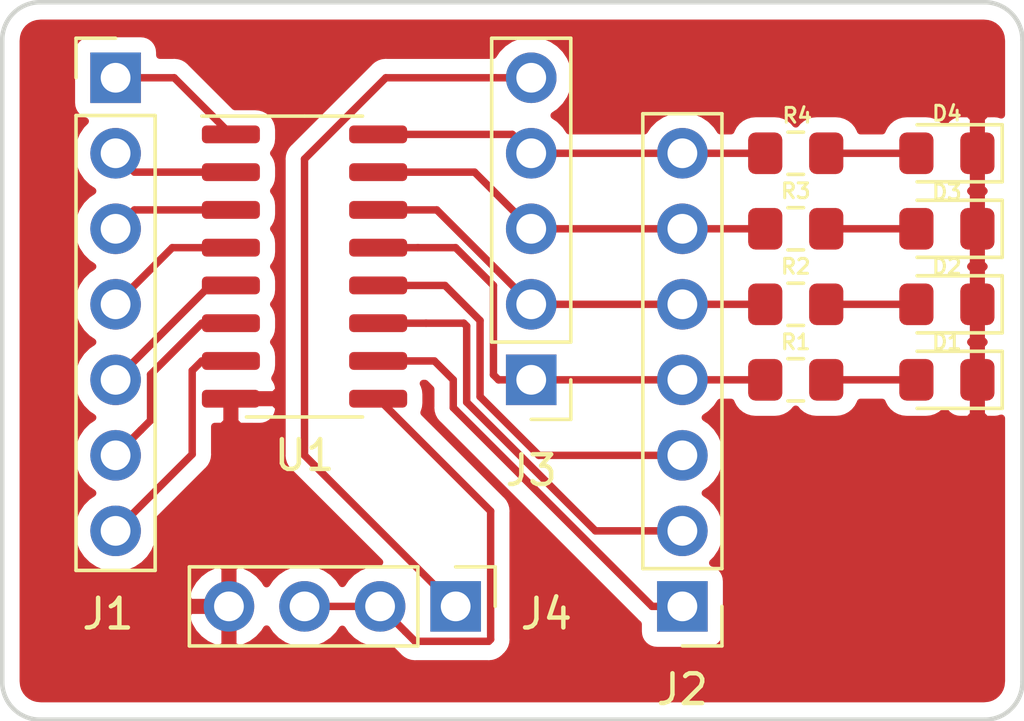
<source format=kicad_pcb>
(kicad_pcb (version 20171130) (host pcbnew 5.1.7-a382d34a8~87~ubuntu16.04.1)

  (general
    (thickness 1.6)
    (drawings 8)
    (tracks 73)
    (zones 0)
    (modules 13)
    (nets 22)
  )

  (page A4)
  (layers
    (0 F.Cu signal)
    (31 B.Cu signal)
    (32 B.Adhes user)
    (33 F.Adhes user)
    (34 B.Paste user)
    (35 F.Paste user)
    (36 B.SilkS user)
    (37 F.SilkS user)
    (38 B.Mask user)
    (39 F.Mask user)
    (40 Dwgs.User user)
    (41 Cmts.User user)
    (42 Eco1.User user)
    (43 Eco2.User user)
    (44 Edge.Cuts user)
    (45 Margin user)
    (46 B.CrtYd user hide)
    (47 F.CrtYd user)
    (48 B.Fab user)
    (49 F.Fab user hide)
  )

  (setup
    (last_trace_width 0.25)
    (trace_clearance 0.2)
    (zone_clearance 0.508)
    (zone_45_only no)
    (trace_min 0.2)
    (via_size 0.8)
    (via_drill 0.4)
    (via_min_size 0.4)
    (via_min_drill 0.3)
    (uvia_size 0.3)
    (uvia_drill 0.1)
    (uvias_allowed no)
    (uvia_min_size 0.2)
    (uvia_min_drill 0.1)
    (edge_width 0.05)
    (segment_width 0.2)
    (pcb_text_width 0.3)
    (pcb_text_size 1.5 1.5)
    (mod_edge_width 0.12)
    (mod_text_size 1 1)
    (mod_text_width 0.15)
    (pad_size 1.524 1.524)
    (pad_drill 0.762)
    (pad_to_mask_clearance 0.051)
    (solder_mask_min_width 0.25)
    (aux_axis_origin 0 0)
    (visible_elements FFFFFF7F)
    (pcbplotparams
      (layerselection 0x010fc_ffffffff)
      (usegerberextensions false)
      (usegerberattributes false)
      (usegerberadvancedattributes false)
      (creategerberjobfile false)
      (excludeedgelayer true)
      (linewidth 0.100000)
      (plotframeref false)
      (viasonmask false)
      (mode 1)
      (useauxorigin false)
      (hpglpennumber 1)
      (hpglpenspeed 20)
      (hpglpendiameter 15.000000)
      (psnegative false)
      (psa4output false)
      (plotreference true)
      (plotvalue true)
      (plotinvisibletext false)
      (padsonsilk false)
      (subtractmaskfromsilk false)
      (outputformat 1)
      (mirror false)
      (drillshape 1)
      (scaleselection 1)
      (outputdirectory ""))
  )

  (net 0 "")
  (net 1 "Net-(J1-Pad7)")
  (net 2 "Net-(J1-Pad6)")
  (net 3 "Net-(J1-Pad5)")
  (net 4 "Net-(J1-Pad4)")
  (net 5 "Net-(J1-Pad3)")
  (net 6 "Net-(J1-Pad2)")
  (net 7 "Net-(J1-Pad1)")
  (net 8 "Net-(J2-Pad7)")
  (net 9 "Net-(J2-Pad6)")
  (net 10 "Net-(J2-Pad5)")
  (net 11 "Net-(J2-Pad4)")
  (net 12 "Net-(J2-Pad3)")
  (net 13 "Net-(J2-Pad2)")
  (net 14 "Net-(J2-Pad1)")
  (net 15 "Net-(J3-Pad5)")
  (net 16 GND)
  (net 17 "Net-(D1-Pad2)")
  (net 18 "Net-(D2-Pad2)")
  (net 19 "Net-(D3-Pad2)")
  (net 20 "Net-(D4-Pad2)")
  (net 21 "Net-(J4-Pad2)")

  (net_class Default "This is the default net class."
    (clearance 0.2)
    (trace_width 0.25)
    (via_dia 0.8)
    (via_drill 0.4)
    (uvia_dia 0.3)
    (uvia_drill 0.1)
    (add_net GND)
    (add_net "Net-(D1-Pad2)")
    (add_net "Net-(D2-Pad2)")
    (add_net "Net-(D3-Pad2)")
    (add_net "Net-(D4-Pad2)")
    (add_net "Net-(J1-Pad1)")
    (add_net "Net-(J1-Pad2)")
    (add_net "Net-(J1-Pad3)")
    (add_net "Net-(J1-Pad4)")
    (add_net "Net-(J1-Pad5)")
    (add_net "Net-(J1-Pad6)")
    (add_net "Net-(J1-Pad7)")
    (add_net "Net-(J2-Pad1)")
    (add_net "Net-(J2-Pad2)")
    (add_net "Net-(J2-Pad3)")
    (add_net "Net-(J2-Pad4)")
    (add_net "Net-(J2-Pad5)")
    (add_net "Net-(J2-Pad6)")
    (add_net "Net-(J2-Pad7)")
    (add_net "Net-(J3-Pad5)")
    (add_net "Net-(J4-Pad2)")
  )

  (module Connector_PinHeader_2.54mm:PinHeader_1x04_P2.54mm_Vertical (layer F.Cu) (tedit 59FED5CC) (tstamp 5EB4124E)
    (at 173.99 87.63 270)
    (descr "Through hole straight pin header, 1x04, 2.54mm pitch, single row")
    (tags "Through hole pin header THT 1x04 2.54mm single row")
    (path /5EB84898)
    (fp_text reference J4 (at 0.254 -3.048 180) (layer F.SilkS)
      (effects (font (size 1 1) (thickness 0.15)))
    )
    (fp_text value Conn_01x04_Male (at 0 9.95 90) (layer F.Fab)
      (effects (font (size 1 1) (thickness 0.15)))
    )
    (fp_line (start -0.635 -1.27) (end 1.27 -1.27) (layer F.Fab) (width 0.1))
    (fp_line (start 1.27 -1.27) (end 1.27 8.89) (layer F.Fab) (width 0.1))
    (fp_line (start 1.27 8.89) (end -1.27 8.89) (layer F.Fab) (width 0.1))
    (fp_line (start -1.27 8.89) (end -1.27 -0.635) (layer F.Fab) (width 0.1))
    (fp_line (start -1.27 -0.635) (end -0.635 -1.27) (layer F.Fab) (width 0.1))
    (fp_line (start -1.33 8.95) (end 1.33 8.95) (layer F.SilkS) (width 0.12))
    (fp_line (start -1.33 1.27) (end -1.33 8.95) (layer F.SilkS) (width 0.12))
    (fp_line (start 1.33 1.27) (end 1.33 8.95) (layer F.SilkS) (width 0.12))
    (fp_line (start -1.33 1.27) (end 1.33 1.27) (layer F.SilkS) (width 0.12))
    (fp_line (start -1.33 0) (end -1.33 -1.33) (layer F.SilkS) (width 0.12))
    (fp_line (start -1.33 -1.33) (end 0 -1.33) (layer F.SilkS) (width 0.12))
    (fp_line (start -1.8 -1.8) (end -1.8 9.4) (layer F.CrtYd) (width 0.05))
    (fp_line (start -1.8 9.4) (end 1.8 9.4) (layer F.CrtYd) (width 0.05))
    (fp_line (start 1.8 9.4) (end 1.8 -1.8) (layer F.CrtYd) (width 0.05))
    (fp_line (start 1.8 -1.8) (end -1.8 -1.8) (layer F.CrtYd) (width 0.05))
    (fp_text user %R (at 0 3.81) (layer F.Fab)
      (effects (font (size 1 1) (thickness 0.15)))
    )
    (pad 4 thru_hole oval (at 0 7.62 270) (size 1.7 1.7) (drill 1) (layers *.Cu *.Mask)
      (net 16 GND))
    (pad 3 thru_hole oval (at 0 5.08 270) (size 1.7 1.7) (drill 1) (layers *.Cu *.Mask)
      (net 21 "Net-(J4-Pad2)"))
    (pad 2 thru_hole oval (at 0 2.54 270) (size 1.7 1.7) (drill 1) (layers *.Cu *.Mask)
      (net 21 "Net-(J4-Pad2)"))
    (pad 1 thru_hole rect (at 0 0 270) (size 1.7 1.7) (drill 1) (layers *.Cu *.Mask)
      (net 15 "Net-(J3-Pad5)"))
    (model ${KISYS3DMOD}/Connector_PinHeader_2.54mm.3dshapes/PinHeader_1x04_P2.54mm_Vertical.wrl
      (at (xyz 0 0 0))
      (scale (xyz 1 1 1))
      (rotate (xyz 0 0 0))
    )
  )

  (module Resistor_SMD:R_0805_2012Metric_Pad1.15x1.40mm_HandSolder (layer F.Cu) (tedit 5B36C52B) (tstamp 5EB3F41B)
    (at 185.42 80.01)
    (descr "Resistor SMD 0805 (2012 Metric), square (rectangular) end terminal, IPC_7351 nominal with elongated pad for handsoldering. (Body size source: https://docs.google.com/spreadsheets/d/1BsfQQcO9C6DZCsRaXUlFlo91Tg2WpOkGARC1WS5S8t0/edit?usp=sharing), generated with kicad-footprint-generator")
    (tags "resistor handsolder")
    (path /5EB3D53A)
    (attr smd)
    (fp_text reference R1 (at 0 -1.27) (layer F.SilkS)
      (effects (font (size 0.5 0.5) (thickness 0.1)))
    )
    (fp_text value R (at 0 1.65) (layer F.Fab)
      (effects (font (size 1 1) (thickness 0.15)))
    )
    (fp_line (start -1 0.6) (end -1 -0.6) (layer F.Fab) (width 0.1))
    (fp_line (start -1 -0.6) (end 1 -0.6) (layer F.Fab) (width 0.1))
    (fp_line (start 1 -0.6) (end 1 0.6) (layer F.Fab) (width 0.1))
    (fp_line (start 1 0.6) (end -1 0.6) (layer F.Fab) (width 0.1))
    (fp_line (start -0.261252 -0.71) (end 0.261252 -0.71) (layer F.SilkS) (width 0.12))
    (fp_line (start -0.261252 0.71) (end 0.261252 0.71) (layer F.SilkS) (width 0.12))
    (fp_line (start -1.85 0.95) (end -1.85 -0.95) (layer F.CrtYd) (width 0.05))
    (fp_line (start -1.85 -0.95) (end 1.85 -0.95) (layer F.CrtYd) (width 0.05))
    (fp_line (start 1.85 -0.95) (end 1.85 0.95) (layer F.CrtYd) (width 0.05))
    (fp_line (start 1.85 0.95) (end -1.85 0.95) (layer F.CrtYd) (width 0.05))
    (fp_text user %R (at 0 0) (layer F.Fab)
      (effects (font (size 0.5 0.5) (thickness 0.08)))
    )
    (pad 2 smd roundrect (at 1.025 0) (size 1.15 1.4) (layers F.Cu F.Paste F.Mask) (roundrect_rratio 0.217391)
      (net 17 "Net-(D1-Pad2)"))
    (pad 1 smd roundrect (at -1.025 0) (size 1.15 1.4) (layers F.Cu F.Paste F.Mask) (roundrect_rratio 0.217391)
      (net 11 "Net-(J2-Pad4)"))
    (model ${KISYS3DMOD}/Resistor_SMD.3dshapes/R_0805_2012Metric.wrl
      (at (xyz 0 0 0))
      (scale (xyz 1 1 1))
      (rotate (xyz 0 0 0))
    )
  )

  (module Resistor_SMD:R_0805_2012Metric_Pad1.15x1.40mm_HandSolder (layer F.Cu) (tedit 5B36C52B) (tstamp 5EB3EE00)
    (at 185.42 72.39)
    (descr "Resistor SMD 0805 (2012 Metric), square (rectangular) end terminal, IPC_7351 nominal with elongated pad for handsoldering. (Body size source: https://docs.google.com/spreadsheets/d/1BsfQQcO9C6DZCsRaXUlFlo91Tg2WpOkGARC1WS5S8t0/edit?usp=sharing), generated with kicad-footprint-generator")
    (tags "resistor handsolder")
    (path /5EB3DCE6)
    (attr smd)
    (fp_text reference R4 (at 0.0508 -1.27) (layer F.SilkS)
      (effects (font (size 0.5 0.5) (thickness 0.1)))
    )
    (fp_text value R (at 0 1.65) (layer F.Fab)
      (effects (font (size 1 1) (thickness 0.15)))
    )
    (fp_line (start -1 0.6) (end -1 -0.6) (layer F.Fab) (width 0.1))
    (fp_line (start -1 -0.6) (end 1 -0.6) (layer F.Fab) (width 0.1))
    (fp_line (start 1 -0.6) (end 1 0.6) (layer F.Fab) (width 0.1))
    (fp_line (start 1 0.6) (end -1 0.6) (layer F.Fab) (width 0.1))
    (fp_line (start -0.261252 -0.71) (end 0.261252 -0.71) (layer F.SilkS) (width 0.12))
    (fp_line (start -0.261252 0.71) (end 0.261252 0.71) (layer F.SilkS) (width 0.12))
    (fp_line (start -1.85 0.95) (end -1.85 -0.95) (layer F.CrtYd) (width 0.05))
    (fp_line (start -1.85 -0.95) (end 1.85 -0.95) (layer F.CrtYd) (width 0.05))
    (fp_line (start 1.85 -0.95) (end 1.85 0.95) (layer F.CrtYd) (width 0.05))
    (fp_line (start 1.85 0.95) (end -1.85 0.95) (layer F.CrtYd) (width 0.05))
    (fp_text user %R (at 0 0) (layer F.Fab)
      (effects (font (size 0.5 0.5) (thickness 0.08)))
    )
    (pad 2 smd roundrect (at 1.025 0) (size 1.15 1.4) (layers F.Cu F.Paste F.Mask) (roundrect_rratio 0.217391)
      (net 20 "Net-(D4-Pad2)"))
    (pad 1 smd roundrect (at -1.025 0) (size 1.15 1.4) (layers F.Cu F.Paste F.Mask) (roundrect_rratio 0.217391)
      (net 8 "Net-(J2-Pad7)"))
    (model ${KISYS3DMOD}/Resistor_SMD.3dshapes/R_0805_2012Metric.wrl
      (at (xyz 0 0 0))
      (scale (xyz 1 1 1))
      (rotate (xyz 0 0 0))
    )
  )

  (module Resistor_SMD:R_0805_2012Metric_Pad1.15x1.40mm_HandSolder (layer F.Cu) (tedit 5B36C52B) (tstamp 5EB3EDEF)
    (at 185.42 74.93)
    (descr "Resistor SMD 0805 (2012 Metric), square (rectangular) end terminal, IPC_7351 nominal with elongated pad for handsoldering. (Body size source: https://docs.google.com/spreadsheets/d/1BsfQQcO9C6DZCsRaXUlFlo91Tg2WpOkGARC1WS5S8t0/edit?usp=sharing), generated with kicad-footprint-generator")
    (tags "resistor handsolder")
    (path /5EB3DAEB)
    (attr smd)
    (fp_text reference R3 (at 0 -1.27) (layer F.SilkS)
      (effects (font (size 0.5 0.5) (thickness 0.1)))
    )
    (fp_text value R (at 0 1.65) (layer F.Fab)
      (effects (font (size 1 1) (thickness 0.15)))
    )
    (fp_line (start -1 0.6) (end -1 -0.6) (layer F.Fab) (width 0.1))
    (fp_line (start -1 -0.6) (end 1 -0.6) (layer F.Fab) (width 0.1))
    (fp_line (start 1 -0.6) (end 1 0.6) (layer F.Fab) (width 0.1))
    (fp_line (start 1 0.6) (end -1 0.6) (layer F.Fab) (width 0.1))
    (fp_line (start -0.261252 -0.71) (end 0.261252 -0.71) (layer F.SilkS) (width 0.12))
    (fp_line (start -0.261252 0.71) (end 0.261252 0.71) (layer F.SilkS) (width 0.12))
    (fp_line (start -1.85 0.95) (end -1.85 -0.95) (layer F.CrtYd) (width 0.05))
    (fp_line (start -1.85 -0.95) (end 1.85 -0.95) (layer F.CrtYd) (width 0.05))
    (fp_line (start 1.85 -0.95) (end 1.85 0.95) (layer F.CrtYd) (width 0.05))
    (fp_line (start 1.85 0.95) (end -1.85 0.95) (layer F.CrtYd) (width 0.05))
    (fp_text user %R (at 0 0) (layer F.Fab)
      (effects (font (size 0.5 0.5) (thickness 0.08)))
    )
    (pad 2 smd roundrect (at 1.025 0) (size 1.15 1.4) (layers F.Cu F.Paste F.Mask) (roundrect_rratio 0.217391)
      (net 19 "Net-(D3-Pad2)"))
    (pad 1 smd roundrect (at -1.025 0) (size 1.15 1.4) (layers F.Cu F.Paste F.Mask) (roundrect_rratio 0.217391)
      (net 9 "Net-(J2-Pad6)"))
    (model ${KISYS3DMOD}/Resistor_SMD.3dshapes/R_0805_2012Metric.wrl
      (at (xyz 0 0 0))
      (scale (xyz 1 1 1))
      (rotate (xyz 0 0 0))
    )
  )

  (module Resistor_SMD:R_0805_2012Metric_Pad1.15x1.40mm_HandSolder (layer F.Cu) (tedit 5B36C52B) (tstamp 5EB3EDDE)
    (at 185.42 77.47)
    (descr "Resistor SMD 0805 (2012 Metric), square (rectangular) end terminal, IPC_7351 nominal with elongated pad for handsoldering. (Body size source: https://docs.google.com/spreadsheets/d/1BsfQQcO9C6DZCsRaXUlFlo91Tg2WpOkGARC1WS5S8t0/edit?usp=sharing), generated with kicad-footprint-generator")
    (tags "resistor handsolder")
    (path /5EB3D854)
    (attr smd)
    (fp_text reference R2 (at 0 -1.27) (layer F.SilkS)
      (effects (font (size 0.5 0.5) (thickness 0.1)))
    )
    (fp_text value R (at 0 1.65) (layer F.Fab)
      (effects (font (size 1 1) (thickness 0.15)))
    )
    (fp_line (start -1 0.6) (end -1 -0.6) (layer F.Fab) (width 0.1))
    (fp_line (start -1 -0.6) (end 1 -0.6) (layer F.Fab) (width 0.1))
    (fp_line (start 1 -0.6) (end 1 0.6) (layer F.Fab) (width 0.1))
    (fp_line (start 1 0.6) (end -1 0.6) (layer F.Fab) (width 0.1))
    (fp_line (start -0.261252 -0.71) (end 0.261252 -0.71) (layer F.SilkS) (width 0.12))
    (fp_line (start -0.261252 0.71) (end 0.261252 0.71) (layer F.SilkS) (width 0.12))
    (fp_line (start -1.85 0.95) (end -1.85 -0.95) (layer F.CrtYd) (width 0.05))
    (fp_line (start -1.85 -0.95) (end 1.85 -0.95) (layer F.CrtYd) (width 0.05))
    (fp_line (start 1.85 -0.95) (end 1.85 0.95) (layer F.CrtYd) (width 0.05))
    (fp_line (start 1.85 0.95) (end -1.85 0.95) (layer F.CrtYd) (width 0.05))
    (fp_text user %R (at 0 0) (layer F.Fab)
      (effects (font (size 0.5 0.5) (thickness 0.08)))
    )
    (pad 2 smd roundrect (at 1.025 0) (size 1.15 1.4) (layers F.Cu F.Paste F.Mask) (roundrect_rratio 0.217391)
      (net 18 "Net-(D2-Pad2)"))
    (pad 1 smd roundrect (at -1.025 0) (size 1.15 1.4) (layers F.Cu F.Paste F.Mask) (roundrect_rratio 0.217391)
      (net 10 "Net-(J2-Pad5)"))
    (model ${KISYS3DMOD}/Resistor_SMD.3dshapes/R_0805_2012Metric.wrl
      (at (xyz 0 0 0))
      (scale (xyz 1 1 1))
      (rotate (xyz 0 0 0))
    )
  )

  (module LED_SMD:LED_0805_2012Metric_Pad1.15x1.40mm_HandSolder (layer F.Cu) (tedit 5B4B45C9) (tstamp 5EB3ED24)
    (at 190.5 72.39 180)
    (descr "LED SMD 0805 (2012 Metric), square (rectangular) end terminal, IPC_7351 nominal, (Body size source: https://docs.google.com/spreadsheets/d/1BsfQQcO9C6DZCsRaXUlFlo91Tg2WpOkGARC1WS5S8t0/edit?usp=sharing), generated with kicad-footprint-generator")
    (tags "LED handsolder")
    (path /5EB3D105)
    (attr smd)
    (fp_text reference D4 (at 0 1.34) (layer F.SilkS)
      (effects (font (size 0.5 0.5) (thickness 0.1)))
    )
    (fp_text value LED (at 0 1.65) (layer F.Fab)
      (effects (font (size 1 1) (thickness 0.15)))
    )
    (fp_line (start 1 -0.6) (end -0.7 -0.6) (layer F.Fab) (width 0.1))
    (fp_line (start -0.7 -0.6) (end -1 -0.3) (layer F.Fab) (width 0.1))
    (fp_line (start -1 -0.3) (end -1 0.6) (layer F.Fab) (width 0.1))
    (fp_line (start -1 0.6) (end 1 0.6) (layer F.Fab) (width 0.1))
    (fp_line (start 1 0.6) (end 1 -0.6) (layer F.Fab) (width 0.1))
    (fp_line (start 1 -0.96) (end -1.86 -0.96) (layer F.SilkS) (width 0.12))
    (fp_line (start -1.86 -0.96) (end -1.86 0.96) (layer F.SilkS) (width 0.12))
    (fp_line (start -1.86 0.96) (end 1 0.96) (layer F.SilkS) (width 0.12))
    (fp_line (start -1.85 0.95) (end -1.85 -0.95) (layer F.CrtYd) (width 0.05))
    (fp_line (start -1.85 -0.95) (end 1.85 -0.95) (layer F.CrtYd) (width 0.05))
    (fp_line (start 1.85 -0.95) (end 1.85 0.95) (layer F.CrtYd) (width 0.05))
    (fp_line (start 1.85 0.95) (end -1.85 0.95) (layer F.CrtYd) (width 0.05))
    (fp_text user %R (at 0 0) (layer F.Fab)
      (effects (font (size 0.5 0.5) (thickness 0.08)))
    )
    (pad 2 smd roundrect (at 1.025 0 180) (size 1.15 1.4) (layers F.Cu F.Paste F.Mask) (roundrect_rratio 0.217391)
      (net 20 "Net-(D4-Pad2)"))
    (pad 1 smd roundrect (at -1.025 0 180) (size 1.15 1.4) (layers F.Cu F.Paste F.Mask) (roundrect_rratio 0.217391)
      (net 16 GND))
    (model ${KISYS3DMOD}/LED_SMD.3dshapes/LED_0805_2012Metric.wrl
      (at (xyz 0 0 0))
      (scale (xyz 1 1 1))
      (rotate (xyz 0 0 0))
    )
  )

  (module LED_SMD:LED_0805_2012Metric_Pad1.15x1.40mm_HandSolder (layer F.Cu) (tedit 5B4B45C9) (tstamp 5EB3ED11)
    (at 190.5 74.93 180)
    (descr "LED SMD 0805 (2012 Metric), square (rectangular) end terminal, IPC_7351 nominal, (Body size source: https://docs.google.com/spreadsheets/d/1BsfQQcO9C6DZCsRaXUlFlo91Tg2WpOkGARC1WS5S8t0/edit?usp=sharing), generated with kicad-footprint-generator")
    (tags "LED handsolder")
    (path /5EB3CF0C)
    (attr smd)
    (fp_text reference D3 (at 0 1.23) (layer F.SilkS)
      (effects (font (size 0.5 0.5) (thickness 0.1)))
    )
    (fp_text value LED (at 0 1.65) (layer F.Fab)
      (effects (font (size 1 1) (thickness 0.15)))
    )
    (fp_line (start 1 -0.6) (end -0.7 -0.6) (layer F.Fab) (width 0.1))
    (fp_line (start -0.7 -0.6) (end -1 -0.3) (layer F.Fab) (width 0.1))
    (fp_line (start -1 -0.3) (end -1 0.6) (layer F.Fab) (width 0.1))
    (fp_line (start -1 0.6) (end 1 0.6) (layer F.Fab) (width 0.1))
    (fp_line (start 1 0.6) (end 1 -0.6) (layer F.Fab) (width 0.1))
    (fp_line (start 1 -0.96) (end -1.86 -0.96) (layer F.SilkS) (width 0.12))
    (fp_line (start -1.86 -0.96) (end -1.86 0.96) (layer F.SilkS) (width 0.12))
    (fp_line (start -1.86 0.96) (end 1 0.96) (layer F.SilkS) (width 0.12))
    (fp_line (start -1.85 0.95) (end -1.85 -0.95) (layer F.CrtYd) (width 0.05))
    (fp_line (start -1.85 -0.95) (end 1.85 -0.95) (layer F.CrtYd) (width 0.05))
    (fp_line (start 1.85 -0.95) (end 1.85 0.95) (layer F.CrtYd) (width 0.05))
    (fp_line (start 1.85 0.95) (end -1.85 0.95) (layer F.CrtYd) (width 0.05))
    (fp_text user %R (at 0 0) (layer F.Fab)
      (effects (font (size 0.5 0.5) (thickness 0.08)))
    )
    (pad 2 smd roundrect (at 1.025 0 180) (size 1.15 1.4) (layers F.Cu F.Paste F.Mask) (roundrect_rratio 0.217391)
      (net 19 "Net-(D3-Pad2)"))
    (pad 1 smd roundrect (at -1.025 0 180) (size 1.15 1.4) (layers F.Cu F.Paste F.Mask) (roundrect_rratio 0.217391)
      (net 16 GND))
    (model ${KISYS3DMOD}/LED_SMD.3dshapes/LED_0805_2012Metric.wrl
      (at (xyz 0 0 0))
      (scale (xyz 1 1 1))
      (rotate (xyz 0 0 0))
    )
  )

  (module LED_SMD:LED_0805_2012Metric_Pad1.15x1.40mm_HandSolder (layer F.Cu) (tedit 5B4B45C9) (tstamp 5EB3ECFE)
    (at 190.5 77.47 180)
    (descr "LED SMD 0805 (2012 Metric), square (rectangular) end terminal, IPC_7351 nominal, (Body size source: https://docs.google.com/spreadsheets/d/1BsfQQcO9C6DZCsRaXUlFlo91Tg2WpOkGARC1WS5S8t0/edit?usp=sharing), generated with kicad-footprint-generator")
    (tags "LED handsolder")
    (path /5EB3CC96)
    (attr smd)
    (fp_text reference D2 (at 0 1.27) (layer F.SilkS)
      (effects (font (size 0.5 0.5) (thickness 0.1)))
    )
    (fp_text value LED (at 0 1.65) (layer F.Fab)
      (effects (font (size 1 1) (thickness 0.15)))
    )
    (fp_line (start 1 -0.6) (end -0.7 -0.6) (layer F.Fab) (width 0.1))
    (fp_line (start -0.7 -0.6) (end -1 -0.3) (layer F.Fab) (width 0.1))
    (fp_line (start -1 -0.3) (end -1 0.6) (layer F.Fab) (width 0.1))
    (fp_line (start -1 0.6) (end 1 0.6) (layer F.Fab) (width 0.1))
    (fp_line (start 1 0.6) (end 1 -0.6) (layer F.Fab) (width 0.1))
    (fp_line (start 1 -0.96) (end -1.86 -0.96) (layer F.SilkS) (width 0.12))
    (fp_line (start -1.86 -0.96) (end -1.86 0.96) (layer F.SilkS) (width 0.12))
    (fp_line (start -1.86 0.96) (end 1 0.96) (layer F.SilkS) (width 0.12))
    (fp_line (start -1.85 0.95) (end -1.85 -0.95) (layer F.CrtYd) (width 0.05))
    (fp_line (start -1.85 -0.95) (end 1.85 -0.95) (layer F.CrtYd) (width 0.05))
    (fp_line (start 1.85 -0.95) (end 1.85 0.95) (layer F.CrtYd) (width 0.05))
    (fp_line (start 1.85 0.95) (end -1.85 0.95) (layer F.CrtYd) (width 0.05))
    (fp_text user %R (at 0 0) (layer F.Fab)
      (effects (font (size 0.5 0.5) (thickness 0.08)))
    )
    (pad 2 smd roundrect (at 1.025 0 180) (size 1.15 1.4) (layers F.Cu F.Paste F.Mask) (roundrect_rratio 0.217391)
      (net 18 "Net-(D2-Pad2)"))
    (pad 1 smd roundrect (at -1.025 0 180) (size 1.15 1.4) (layers F.Cu F.Paste F.Mask) (roundrect_rratio 0.217391)
      (net 16 GND))
    (model ${KISYS3DMOD}/LED_SMD.3dshapes/LED_0805_2012Metric.wrl
      (at (xyz 0 0 0))
      (scale (xyz 1 1 1))
      (rotate (xyz 0 0 0))
    )
  )

  (module LED_SMD:LED_0805_2012Metric_Pad1.15x1.40mm_HandSolder (layer F.Cu) (tedit 5B4B45C9) (tstamp 5EB3ECEB)
    (at 190.5 80.01 180)
    (descr "LED SMD 0805 (2012 Metric), square (rectangular) end terminal, IPC_7351 nominal, (Body size source: https://docs.google.com/spreadsheets/d/1BsfQQcO9C6DZCsRaXUlFlo91Tg2WpOkGARC1WS5S8t0/edit?usp=sharing), generated with kicad-footprint-generator")
    (tags "LED handsolder")
    (path /5EB3CB10)
    (attr smd)
    (fp_text reference D1 (at 0 1.27) (layer F.SilkS)
      (effects (font (size 0.5 0.5) (thickness 0.1)))
    )
    (fp_text value LED (at 0 1.65) (layer F.Fab)
      (effects (font (size 1 1) (thickness 0.15)))
    )
    (fp_line (start 1 -0.6) (end -0.7 -0.6) (layer F.Fab) (width 0.1))
    (fp_line (start -0.7 -0.6) (end -1 -0.3) (layer F.Fab) (width 0.1))
    (fp_line (start -1 -0.3) (end -1 0.6) (layer F.Fab) (width 0.1))
    (fp_line (start -1 0.6) (end 1 0.6) (layer F.Fab) (width 0.1))
    (fp_line (start 1 0.6) (end 1 -0.6) (layer F.Fab) (width 0.1))
    (fp_line (start 1 -0.96) (end -1.86 -0.96) (layer F.SilkS) (width 0.12))
    (fp_line (start -1.86 -0.96) (end -1.86 0.96) (layer F.SilkS) (width 0.12))
    (fp_line (start -1.86 0.96) (end 1 0.96) (layer F.SilkS) (width 0.12))
    (fp_line (start -1.85 0.95) (end -1.85 -0.95) (layer F.CrtYd) (width 0.05))
    (fp_line (start -1.85 -0.95) (end 1.85 -0.95) (layer F.CrtYd) (width 0.05))
    (fp_line (start 1.85 -0.95) (end 1.85 0.95) (layer F.CrtYd) (width 0.05))
    (fp_line (start 1.85 0.95) (end -1.85 0.95) (layer F.CrtYd) (width 0.05))
    (fp_text user %R (at 0 0) (layer F.Fab)
      (effects (font (size 0.5 0.5) (thickness 0.08)))
    )
    (pad 2 smd roundrect (at 1.025 0 180) (size 1.15 1.4) (layers F.Cu F.Paste F.Mask) (roundrect_rratio 0.217391)
      (net 17 "Net-(D1-Pad2)"))
    (pad 1 smd roundrect (at -1.025 0 180) (size 1.15 1.4) (layers F.Cu F.Paste F.Mask) (roundrect_rratio 0.217391)
      (net 16 GND))
    (model ${KISYS3DMOD}/LED_SMD.3dshapes/LED_0805_2012Metric.wrl
      (at (xyz 0 0 0))
      (scale (xyz 1 1 1))
      (rotate (xyz 0 0 0))
    )
  )

  (module Package_SO:SOIC-16_3.9x9.9mm_P1.27mm (layer F.Cu) (tedit 5D9F72B1) (tstamp 5EB3CCD9)
    (at 168.91 76.2)
    (descr "SOIC, 16 Pin (JEDEC MS-012AC, https://www.analog.com/media/en/package-pcb-resources/package/pkg_pdf/soic_narrow-r/r_16.pdf), generated with kicad-footprint-generator ipc_gullwing_generator.py")
    (tags "SOIC SO")
    (path /5EB3B28B)
    (attr smd)
    (fp_text reference U1 (at 0 6.35) (layer F.SilkS)
      (effects (font (size 1 1) (thickness 0.15)))
    )
    (fp_text value ULN2003A (at 0 5.9) (layer F.Fab)
      (effects (font (size 1 1) (thickness 0.15)))
    )
    (fp_line (start 0 5.06) (end 1.95 5.06) (layer F.SilkS) (width 0.12))
    (fp_line (start 0 5.06) (end -1.95 5.06) (layer F.SilkS) (width 0.12))
    (fp_line (start 0 -5.06) (end 1.95 -5.06) (layer F.SilkS) (width 0.12))
    (fp_line (start 0 -5.06) (end -3.45 -5.06) (layer F.SilkS) (width 0.12))
    (fp_line (start -0.975 -4.95) (end 1.95 -4.95) (layer F.Fab) (width 0.1))
    (fp_line (start 1.95 -4.95) (end 1.95 4.95) (layer F.Fab) (width 0.1))
    (fp_line (start 1.95 4.95) (end -1.95 4.95) (layer F.Fab) (width 0.1))
    (fp_line (start -1.95 4.95) (end -1.95 -3.975) (layer F.Fab) (width 0.1))
    (fp_line (start -1.95 -3.975) (end -0.975 -4.95) (layer F.Fab) (width 0.1))
    (fp_line (start -3.7 -5.2) (end -3.7 5.2) (layer F.CrtYd) (width 0.05))
    (fp_line (start -3.7 5.2) (end 3.7 5.2) (layer F.CrtYd) (width 0.05))
    (fp_line (start 3.7 5.2) (end 3.7 -5.2) (layer F.CrtYd) (width 0.05))
    (fp_line (start 3.7 -5.2) (end -3.7 -5.2) (layer F.CrtYd) (width 0.05))
    (fp_text user %R (at 0 0) (layer F.Fab)
      (effects (font (size 0.98 0.98) (thickness 0.15)))
    )
    (pad 16 smd roundrect (at 2.475 -4.445) (size 1.95 0.6) (layers F.Cu F.Paste F.Mask) (roundrect_rratio 0.25)
      (net 8 "Net-(J2-Pad7)"))
    (pad 15 smd roundrect (at 2.475 -3.175) (size 1.95 0.6) (layers F.Cu F.Paste F.Mask) (roundrect_rratio 0.25)
      (net 9 "Net-(J2-Pad6)"))
    (pad 14 smd roundrect (at 2.475 -1.905) (size 1.95 0.6) (layers F.Cu F.Paste F.Mask) (roundrect_rratio 0.25)
      (net 10 "Net-(J2-Pad5)"))
    (pad 13 smd roundrect (at 2.475 -0.635) (size 1.95 0.6) (layers F.Cu F.Paste F.Mask) (roundrect_rratio 0.25)
      (net 11 "Net-(J2-Pad4)"))
    (pad 12 smd roundrect (at 2.475 0.635) (size 1.95 0.6) (layers F.Cu F.Paste F.Mask) (roundrect_rratio 0.25)
      (net 12 "Net-(J2-Pad3)"))
    (pad 11 smd roundrect (at 2.475 1.905) (size 1.95 0.6) (layers F.Cu F.Paste F.Mask) (roundrect_rratio 0.25)
      (net 13 "Net-(J2-Pad2)"))
    (pad 10 smd roundrect (at 2.475 3.175) (size 1.95 0.6) (layers F.Cu F.Paste F.Mask) (roundrect_rratio 0.25)
      (net 14 "Net-(J2-Pad1)"))
    (pad 9 smd roundrect (at 2.475 4.445) (size 1.95 0.6) (layers F.Cu F.Paste F.Mask) (roundrect_rratio 0.25)
      (net 21 "Net-(J4-Pad2)"))
    (pad 8 smd roundrect (at -2.475 4.445) (size 1.95 0.6) (layers F.Cu F.Paste F.Mask) (roundrect_rratio 0.25)
      (net 16 GND))
    (pad 7 smd roundrect (at -2.475 3.175) (size 1.95 0.6) (layers F.Cu F.Paste F.Mask) (roundrect_rratio 0.25)
      (net 1 "Net-(J1-Pad7)"))
    (pad 6 smd roundrect (at -2.475 1.905) (size 1.95 0.6) (layers F.Cu F.Paste F.Mask) (roundrect_rratio 0.25)
      (net 2 "Net-(J1-Pad6)"))
    (pad 5 smd roundrect (at -2.475 0.635) (size 1.95 0.6) (layers F.Cu F.Paste F.Mask) (roundrect_rratio 0.25)
      (net 3 "Net-(J1-Pad5)"))
    (pad 4 smd roundrect (at -2.475 -0.635) (size 1.95 0.6) (layers F.Cu F.Paste F.Mask) (roundrect_rratio 0.25)
      (net 4 "Net-(J1-Pad4)"))
    (pad 3 smd roundrect (at -2.475 -1.905) (size 1.95 0.6) (layers F.Cu F.Paste F.Mask) (roundrect_rratio 0.25)
      (net 5 "Net-(J1-Pad3)"))
    (pad 2 smd roundrect (at -2.475 -3.175) (size 1.95 0.6) (layers F.Cu F.Paste F.Mask) (roundrect_rratio 0.25)
      (net 6 "Net-(J1-Pad2)"))
    (pad 1 smd roundrect (at -2.475 -4.445) (size 1.95 0.6) (layers F.Cu F.Paste F.Mask) (roundrect_rratio 0.25)
      (net 7 "Net-(J1-Pad1)"))
    (model ${KISYS3DMOD}/Package_SO.3dshapes/SOIC-16_3.9x9.9mm_P1.27mm.wrl
      (at (xyz 0 0 0))
      (scale (xyz 1 1 1))
      (rotate (xyz 0 0 0))
    )
  )

  (module Connector_PinHeader_2.54mm:PinHeader_1x05_P2.54mm_Vertical (layer F.Cu) (tedit 59FED5CC) (tstamp 5EB3CCB2)
    (at 176.53 80.01 180)
    (descr "Through hole straight pin header, 1x05, 2.54mm pitch, single row")
    (tags "Through hole pin header THT 1x05 2.54mm single row")
    (path /5EB562DA)
    (fp_text reference J3 (at 0 -3.048) (layer F.SilkS)
      (effects (font (size 1 1) (thickness 0.15)))
    )
    (fp_text value Conn_01x05_Male (at 0 12.49) (layer F.Fab)
      (effects (font (size 1 1) (thickness 0.15)))
    )
    (fp_line (start -0.635 -1.27) (end 1.27 -1.27) (layer F.Fab) (width 0.1))
    (fp_line (start 1.27 -1.27) (end 1.27 11.43) (layer F.Fab) (width 0.1))
    (fp_line (start 1.27 11.43) (end -1.27 11.43) (layer F.Fab) (width 0.1))
    (fp_line (start -1.27 11.43) (end -1.27 -0.635) (layer F.Fab) (width 0.1))
    (fp_line (start -1.27 -0.635) (end -0.635 -1.27) (layer F.Fab) (width 0.1))
    (fp_line (start -1.33 11.49) (end 1.33 11.49) (layer F.SilkS) (width 0.12))
    (fp_line (start -1.33 1.27) (end -1.33 11.49) (layer F.SilkS) (width 0.12))
    (fp_line (start 1.33 1.27) (end 1.33 11.49) (layer F.SilkS) (width 0.12))
    (fp_line (start -1.33 1.27) (end 1.33 1.27) (layer F.SilkS) (width 0.12))
    (fp_line (start -1.33 0) (end -1.33 -1.33) (layer F.SilkS) (width 0.12))
    (fp_line (start -1.33 -1.33) (end 0 -1.33) (layer F.SilkS) (width 0.12))
    (fp_line (start -1.8 -1.8) (end -1.8 11.95) (layer F.CrtYd) (width 0.05))
    (fp_line (start -1.8 11.95) (end 1.8 11.95) (layer F.CrtYd) (width 0.05))
    (fp_line (start 1.8 11.95) (end 1.8 -1.8) (layer F.CrtYd) (width 0.05))
    (fp_line (start 1.8 -1.8) (end -1.8 -1.8) (layer F.CrtYd) (width 0.05))
    (fp_text user %R (at 0 5.08 90) (layer F.Fab)
      (effects (font (size 1 1) (thickness 0.15)))
    )
    (pad 5 thru_hole oval (at 0 10.16 180) (size 1.7 1.7) (drill 1) (layers *.Cu *.Mask)
      (net 15 "Net-(J3-Pad5)"))
    (pad 4 thru_hole oval (at 0 7.62 180) (size 1.7 1.7) (drill 1) (layers *.Cu *.Mask)
      (net 8 "Net-(J2-Pad7)"))
    (pad 3 thru_hole oval (at 0 5.08 180) (size 1.7 1.7) (drill 1) (layers *.Cu *.Mask)
      (net 9 "Net-(J2-Pad6)"))
    (pad 2 thru_hole oval (at 0 2.54 180) (size 1.7 1.7) (drill 1) (layers *.Cu *.Mask)
      (net 10 "Net-(J2-Pad5)"))
    (pad 1 thru_hole rect (at 0 0 180) (size 1.7 1.7) (drill 1) (layers *.Cu *.Mask)
      (net 11 "Net-(J2-Pad4)"))
    (model ${KISYS3DMOD}/Connector_PinHeader_2.54mm.3dshapes/PinHeader_1x05_P2.54mm_Vertical.wrl
      (at (xyz 0 0 0))
      (scale (xyz 1 1 1))
      (rotate (xyz 0 0 0))
    )
  )

  (module Connector_PinHeader_2.54mm:PinHeader_1x07_P2.54mm_Vertical (layer F.Cu) (tedit 59FED5CC) (tstamp 5EB3CC99)
    (at 181.61 87.63 180)
    (descr "Through hole straight pin header, 1x07, 2.54mm pitch, single row")
    (tags "Through hole pin header THT 1x07 2.54mm single row")
    (path /5EB442FE)
    (fp_text reference J2 (at 0 -2.794) (layer F.SilkS)
      (effects (font (size 1 1) (thickness 0.15)))
    )
    (fp_text value Conn_01x07_Male (at 0 17.57) (layer F.Fab)
      (effects (font (size 1 1) (thickness 0.15)))
    )
    (fp_line (start -0.635 -1.27) (end 1.27 -1.27) (layer F.Fab) (width 0.1))
    (fp_line (start 1.27 -1.27) (end 1.27 16.51) (layer F.Fab) (width 0.1))
    (fp_line (start 1.27 16.51) (end -1.27 16.51) (layer F.Fab) (width 0.1))
    (fp_line (start -1.27 16.51) (end -1.27 -0.635) (layer F.Fab) (width 0.1))
    (fp_line (start -1.27 -0.635) (end -0.635 -1.27) (layer F.Fab) (width 0.1))
    (fp_line (start -1.33 16.57) (end 1.33 16.57) (layer F.SilkS) (width 0.12))
    (fp_line (start -1.33 1.27) (end -1.33 16.57) (layer F.SilkS) (width 0.12))
    (fp_line (start 1.33 1.27) (end 1.33 16.57) (layer F.SilkS) (width 0.12))
    (fp_line (start -1.33 1.27) (end 1.33 1.27) (layer F.SilkS) (width 0.12))
    (fp_line (start -1.33 0) (end -1.33 -1.33) (layer F.SilkS) (width 0.12))
    (fp_line (start -1.33 -1.33) (end 0 -1.33) (layer F.SilkS) (width 0.12))
    (fp_line (start -1.8 -1.8) (end -1.8 17.05) (layer F.CrtYd) (width 0.05))
    (fp_line (start -1.8 17.05) (end 1.8 17.05) (layer F.CrtYd) (width 0.05))
    (fp_line (start 1.8 17.05) (end 1.8 -1.8) (layer F.CrtYd) (width 0.05))
    (fp_line (start 1.8 -1.8) (end -1.8 -1.8) (layer F.CrtYd) (width 0.05))
    (fp_text user %R (at 0 7.62 90) (layer F.Fab)
      (effects (font (size 1 1) (thickness 0.15)))
    )
    (pad 7 thru_hole oval (at 0 15.24 180) (size 1.7 1.7) (drill 1) (layers *.Cu *.Mask)
      (net 8 "Net-(J2-Pad7)"))
    (pad 6 thru_hole oval (at 0 12.7 180) (size 1.7 1.7) (drill 1) (layers *.Cu *.Mask)
      (net 9 "Net-(J2-Pad6)"))
    (pad 5 thru_hole oval (at 0 10.16 180) (size 1.7 1.7) (drill 1) (layers *.Cu *.Mask)
      (net 10 "Net-(J2-Pad5)"))
    (pad 4 thru_hole oval (at 0 7.62 180) (size 1.7 1.7) (drill 1) (layers *.Cu *.Mask)
      (net 11 "Net-(J2-Pad4)"))
    (pad 3 thru_hole oval (at 0 5.08 180) (size 1.7 1.7) (drill 1) (layers *.Cu *.Mask)
      (net 12 "Net-(J2-Pad3)"))
    (pad 2 thru_hole oval (at 0 2.54 180) (size 1.7 1.7) (drill 1) (layers *.Cu *.Mask)
      (net 13 "Net-(J2-Pad2)"))
    (pad 1 thru_hole rect (at 0 0 180) (size 1.7 1.7) (drill 1) (layers *.Cu *.Mask)
      (net 14 "Net-(J2-Pad1)"))
    (model ${KISYS3DMOD}/Connector_PinHeader_2.54mm.3dshapes/PinHeader_1x07_P2.54mm_Vertical.wrl
      (at (xyz 0 0 0))
      (scale (xyz 1 1 1))
      (rotate (xyz 0 0 0))
    )
  )

  (module Connector_PinHeader_2.54mm:PinHeader_1x07_P2.54mm_Vertical (layer F.Cu) (tedit 59FED5CC) (tstamp 5EB3CC7E)
    (at 162.56 69.85)
    (descr "Through hole straight pin header, 1x07, 2.54mm pitch, single row")
    (tags "Through hole pin header THT 1x07 2.54mm single row")
    (path /5EB422AB)
    (fp_text reference J1 (at -0.254 18.034) (layer F.SilkS)
      (effects (font (size 1 1) (thickness 0.15)))
    )
    (fp_text value Conn_01x07_Male (at 0 17.57) (layer F.Fab)
      (effects (font (size 1 1) (thickness 0.15)))
    )
    (fp_line (start -0.635 -1.27) (end 1.27 -1.27) (layer F.Fab) (width 0.1))
    (fp_line (start 1.27 -1.27) (end 1.27 16.51) (layer F.Fab) (width 0.1))
    (fp_line (start 1.27 16.51) (end -1.27 16.51) (layer F.Fab) (width 0.1))
    (fp_line (start -1.27 16.51) (end -1.27 -0.635) (layer F.Fab) (width 0.1))
    (fp_line (start -1.27 -0.635) (end -0.635 -1.27) (layer F.Fab) (width 0.1))
    (fp_line (start -1.33 16.57) (end 1.33 16.57) (layer F.SilkS) (width 0.12))
    (fp_line (start -1.33 1.27) (end -1.33 16.57) (layer F.SilkS) (width 0.12))
    (fp_line (start 1.33 1.27) (end 1.33 16.57) (layer F.SilkS) (width 0.12))
    (fp_line (start -1.33 1.27) (end 1.33 1.27) (layer F.SilkS) (width 0.12))
    (fp_line (start -1.33 0) (end -1.33 -1.33) (layer F.SilkS) (width 0.12))
    (fp_line (start -1.33 -1.33) (end 0 -1.33) (layer F.SilkS) (width 0.12))
    (fp_line (start -1.8 -1.8) (end -1.8 17.05) (layer F.CrtYd) (width 0.05))
    (fp_line (start -1.8 17.05) (end 1.8 17.05) (layer F.CrtYd) (width 0.05))
    (fp_line (start 1.8 17.05) (end 1.8 -1.8) (layer F.CrtYd) (width 0.05))
    (fp_line (start 1.8 -1.8) (end -1.8 -1.8) (layer F.CrtYd) (width 0.05))
    (fp_text user %R (at 0 7.62 90) (layer F.Fab)
      (effects (font (size 1 1) (thickness 0.15)))
    )
    (pad 7 thru_hole oval (at 0 15.24) (size 1.7 1.7) (drill 1) (layers *.Cu *.Mask)
      (net 1 "Net-(J1-Pad7)"))
    (pad 6 thru_hole oval (at 0 12.7) (size 1.7 1.7) (drill 1) (layers *.Cu *.Mask)
      (net 2 "Net-(J1-Pad6)"))
    (pad 5 thru_hole oval (at 0 10.16) (size 1.7 1.7) (drill 1) (layers *.Cu *.Mask)
      (net 3 "Net-(J1-Pad5)"))
    (pad 4 thru_hole oval (at 0 7.62) (size 1.7 1.7) (drill 1) (layers *.Cu *.Mask)
      (net 4 "Net-(J1-Pad4)"))
    (pad 3 thru_hole oval (at 0 5.08) (size 1.7 1.7) (drill 1) (layers *.Cu *.Mask)
      (net 5 "Net-(J1-Pad3)"))
    (pad 2 thru_hole oval (at 0 2.54) (size 1.7 1.7) (drill 1) (layers *.Cu *.Mask)
      (net 6 "Net-(J1-Pad2)"))
    (pad 1 thru_hole rect (at 0 0) (size 1.7 1.7) (drill 1) (layers *.Cu *.Mask)
      (net 7 "Net-(J1-Pad1)"))
    (model ${KISYS3DMOD}/Connector_PinHeader_2.54mm.3dshapes/PinHeader_1x07_P2.54mm_Vertical.wrl
      (at (xyz 0 0 0))
      (scale (xyz 1 1 1))
      (rotate (xyz 0 0 0))
    )
  )

  (gr_arc (start 160.02 90.17) (end 158.75 90.17) (angle -90) (layer Edge.Cuts) (width 0.15) (tstamp 5F82B6FA))
  (gr_arc (start 160.02 68.58) (end 160.02 67.31) (angle -90) (layer Edge.Cuts) (width 0.15) (tstamp 5F82B6FA))
  (gr_arc (start 191.77 68.58) (end 193.04 68.58) (angle -90) (layer Edge.Cuts) (width 0.15) (tstamp 5F82B6FA))
  (gr_line (start 160.02 91.44) (end 191.77 91.44) (layer Edge.Cuts) (width 0.15))
  (gr_line (start 158.75 68.58) (end 158.75 90.17) (layer Edge.Cuts) (width 0.15))
  (gr_line (start 191.77 67.31) (end 160.02 67.31) (layer Edge.Cuts) (width 0.15))
  (gr_line (start 193.04 90.17) (end 193.04 68.58) (layer Edge.Cuts) (width 0.15))
  (gr_arc (start 191.77 90.17) (end 191.77 91.44) (angle -90) (layer Edge.Cuts) (width 0.15))

  (segment (start 165.46 79.375) (end 166.435 79.375) (width 0.25) (layer F.Cu) (net 1))
  (segment (start 165.13499 79.70001) (end 165.46 79.375) (width 0.25) (layer F.Cu) (net 1))
  (segment (start 165.13499 82.51501) (end 165.13499 79.70001) (width 0.25) (layer F.Cu) (net 1))
  (segment (start 162.56 85.09) (end 165.13499 82.51501) (width 0.25) (layer F.Cu) (net 1))
  (segment (start 163.409999 81.700001) (end 162.56 82.55) (width 0.25) (layer F.Cu) (net 2))
  (segment (start 163.735001 81.374999) (end 163.409999 81.700001) (width 0.25) (layer F.Cu) (net 2))
  (segment (start 163.735001 79.829999) (end 163.735001 81.374999) (width 0.25) (layer F.Cu) (net 2))
  (segment (start 165.46 78.105) (end 163.735001 79.829999) (width 0.25) (layer F.Cu) (net 2))
  (segment (start 166.435 78.105) (end 165.46 78.105) (width 0.25) (layer F.Cu) (net 2))
  (segment (start 165.735 76.835) (end 166.435 76.835) (width 0.25) (layer F.Cu) (net 3))
  (segment (start 162.56 80.01) (end 165.735 76.835) (width 0.25) (layer F.Cu) (net 3))
  (segment (start 164.465 75.565) (end 162.56 77.47) (width 0.25) (layer F.Cu) (net 4))
  (segment (start 166.435 75.565) (end 164.465 75.565) (width 0.25) (layer F.Cu) (net 4))
  (segment (start 163.195 74.295) (end 162.56 74.93) (width 0.25) (layer F.Cu) (net 5))
  (segment (start 166.435 74.295) (end 163.195 74.295) (width 0.25) (layer F.Cu) (net 5))
  (segment (start 163.195 73.025) (end 162.56 72.39) (width 0.25) (layer F.Cu) (net 6))
  (segment (start 166.435 73.025) (end 163.195 73.025) (width 0.25) (layer F.Cu) (net 6))
  (segment (start 164.53 69.85) (end 166.435 71.755) (width 0.25) (layer F.Cu) (net 7))
  (segment (start 162.56 69.85) (end 164.53 69.85) (width 0.25) (layer F.Cu) (net 7))
  (segment (start 181.61 72.39) (end 176.53 72.39) (width 0.25) (layer F.Cu) (net 8))
  (segment (start 175.895 71.755) (end 176.53 72.39) (width 0.25) (layer F.Cu) (net 8))
  (segment (start 171.385 71.755) (end 175.895 71.755) (width 0.25) (layer F.Cu) (net 8))
  (segment (start 181.61 72.39) (end 184.395 72.39) (width 0.25) (layer F.Cu) (net 8))
  (segment (start 176.53 74.93) (end 181.61 74.93) (width 0.25) (layer F.Cu) (net 9))
  (segment (start 174.625 73.025) (end 176.53 74.93) (width 0.25) (layer F.Cu) (net 9))
  (segment (start 171.385 73.025) (end 174.625 73.025) (width 0.25) (layer F.Cu) (net 9))
  (segment (start 181.61 74.93) (end 184.395 74.93) (width 0.25) (layer F.Cu) (net 9))
  (segment (start 172.085 74.295) (end 171.385 74.295) (width 0.25) (layer F.Cu) (net 10))
  (segment (start 176.53 77.47) (end 173.355 74.295) (width 0.25) (layer F.Cu) (net 10))
  (segment (start 176.53 77.47) (end 181.61 77.47) (width 0.25) (layer F.Cu) (net 10))
  (segment (start 173.355 74.295) (end 171.385 74.295) (width 0.25) (layer F.Cu) (net 10))
  (segment (start 181.61 77.47) (end 184.395 77.47) (width 0.25) (layer F.Cu) (net 10))
  (segment (start 175.26 79.84) (end 175.26 76.83641) (width 0.25) (layer F.Cu) (net 11))
  (segment (start 176.53 80.01) (end 175.43 80.01) (width 0.25) (layer F.Cu) (net 11))
  (segment (start 175.43 80.01) (end 175.26 79.84) (width 0.25) (layer F.Cu) (net 11))
  (segment (start 172.71859 75.565) (end 171.385 75.565) (width 0.25) (layer F.Cu) (net 11))
  (segment (start 175.26 76.83641) (end 173.98859 75.565) (width 0.25) (layer F.Cu) (net 11))
  (segment (start 176.53 80.01) (end 181.61 80.01) (width 0.25) (layer F.Cu) (net 11))
  (segment (start 173.98859 75.565) (end 172.71859 75.565) (width 0.25) (layer F.Cu) (net 11))
  (segment (start 181.61 80.01) (end 184.395 80.01) (width 0.25) (layer F.Cu) (net 11))
  (segment (start 176.784998 82.55) (end 174.80999 80.574992) (width 0.25) (layer F.Cu) (net 12))
  (segment (start 181.61 82.55) (end 176.784998 82.55) (width 0.25) (layer F.Cu) (net 12))
  (segment (start 172.36 76.835) (end 171.385 76.835) (width 0.25) (layer F.Cu) (net 12))
  (segment (start 174.80999 78.01499) (end 173.63 76.835) (width 0.25) (layer F.Cu) (net 12))
  (segment (start 174.80999 80.574992) (end 174.80999 78.01499) (width 0.25) (layer F.Cu) (net 12))
  (segment (start 171.385 76.835) (end 173.63 76.835) (width 0.25) (layer F.Cu) (net 12))
  (segment (start 172.99359 78.105) (end 171.385 78.105) (width 0.25) (layer F.Cu) (net 13))
  (segment (start 174.359981 80.761393) (end 174.35998 78.20139) (width 0.25) (layer F.Cu) (net 13))
  (segment (start 181.61 85.09) (end 178.688588 85.09) (width 0.25) (layer F.Cu) (net 13))
  (segment (start 174.26359 78.105) (end 172.99359 78.105) (width 0.25) (layer F.Cu) (net 13))
  (segment (start 174.35998 78.20139) (end 174.26359 78.105) (width 0.25) (layer F.Cu) (net 13))
  (segment (start 178.688588 85.09) (end 174.359981 80.761393) (width 0.25) (layer F.Cu) (net 13))
  (segment (start 180.59218 87.63) (end 173.909972 80.947792) (width 0.25) (layer F.Cu) (net 14))
  (segment (start 181.61 87.63) (end 180.59218 87.63) (width 0.25) (layer F.Cu) (net 14))
  (segment (start 173.909972 80.947792) (end 173.909972 80.010001) (width 0.25) (layer F.Cu) (net 14))
  (segment (start 173.274971 79.375) (end 171.385 79.375) (width 0.25) (layer F.Cu) (net 14))
  (segment (start 173.909972 80.010001) (end 173.274971 79.375) (width 0.25) (layer F.Cu) (net 14))
  (segment (start 173.99 87.63) (end 168.91 82.55) (width 0.25) (layer F.Cu) (net 15))
  (segment (start 175.327919 69.85) (end 176.53 69.85) (width 0.25) (layer F.Cu) (net 15))
  (segment (start 171.643232 69.85) (end 175.327919 69.85) (width 0.25) (layer F.Cu) (net 15))
  (segment (start 168.91 72.583232) (end 171.643232 69.85) (width 0.25) (layer F.Cu) (net 15))
  (segment (start 168.91 82.55) (end 168.91 72.583232) (width 0.25) (layer F.Cu) (net 15))
  (segment (start 186.445 80.01) (end 189.475 80.01) (width 0.25) (layer F.Cu) (net 17))
  (segment (start 189.475 77.47) (end 186.445 77.47) (width 0.25) (layer F.Cu) (net 18))
  (segment (start 186.445 74.93) (end 189.475 74.93) (width 0.25) (layer F.Cu) (net 19))
  (segment (start 189.475 72.39) (end 186.445 72.39) (width 0.25) (layer F.Cu) (net 20))
  (segment (start 168.91 87.63) (end 171.45 87.63) (width 0.25) (layer F.Cu) (net 21))
  (segment (start 172.299999 88.479999) (end 171.45 87.63) (width 0.25) (layer F.Cu) (net 21))
  (segment (start 172.625001 88.805001) (end 172.299999 88.479999) (width 0.25) (layer F.Cu) (net 21))
  (segment (start 175.100001 88.805001) (end 172.625001 88.805001) (width 0.25) (layer F.Cu) (net 21))
  (segment (start 175.165001 88.740001) (end 175.100001 88.805001) (width 0.25) (layer F.Cu) (net 21))
  (segment (start 175.165001 84.425001) (end 175.165001 88.740001) (width 0.25) (layer F.Cu) (net 21))
  (segment (start 171.385 80.645) (end 175.165001 84.425001) (width 0.25) (layer F.Cu) (net 21))

  (zone (net 16) (net_name GND) (layer F.Cu) (tstamp 5EB3FF86) (hatch edge 0.508)
    (connect_pads (clearance 0.508))
    (min_thickness 0.254)
    (fill yes (arc_segments 32) (thermal_gap 0.508) (thermal_bridge_width 0.508))
    (polygon
      (pts
        (xy 193.04 91.44) (xy 158.75 91.44) (xy 158.75 67.31) (xy 193.04 67.31)
      )
    )
    (filled_polygon
      (pts
        (xy 191.878109 68.034005) (xy 191.982101 68.065402) (xy 192.078014 68.116399) (xy 192.162194 68.185055) (xy 192.23144 68.268758)
        (xy 192.283105 68.364311) (xy 192.315227 68.468078) (xy 192.330001 68.60865) (xy 192.330001 71.096197) (xy 192.224482 71.064188)
        (xy 192.1 71.051928) (xy 191.81075 71.055) (xy 191.652 71.21375) (xy 191.652 72.263) (xy 191.672 72.263)
        (xy 191.672 72.517) (xy 191.652 72.517) (xy 191.652 73.56625) (xy 191.74575 73.66) (xy 191.652 73.75375)
        (xy 191.652 74.803) (xy 191.672 74.803) (xy 191.672 75.057) (xy 191.652 75.057) (xy 191.652 76.10625)
        (xy 191.74575 76.2) (xy 191.652 76.29375) (xy 191.652 77.343) (xy 191.672 77.343) (xy 191.672 77.597)
        (xy 191.652 77.597) (xy 191.652 78.64625) (xy 191.74575 78.74) (xy 191.652 78.83375) (xy 191.652 79.883)
        (xy 191.672 79.883) (xy 191.672 80.137) (xy 191.652 80.137) (xy 191.652 81.18625) (xy 191.81075 81.345)
        (xy 192.1 81.348072) (xy 192.224482 81.335812) (xy 192.33 81.303803) (xy 192.33 90.13528) (xy 192.315995 90.278109)
        (xy 192.284599 90.382099) (xy 192.233601 90.478013) (xy 192.164941 90.562199) (xy 192.081243 90.631439) (xy 191.985689 90.683105)
        (xy 191.881922 90.715227) (xy 191.741359 90.73) (xy 160.05472 90.73) (xy 159.911891 90.715995) (xy 159.807901 90.684599)
        (xy 159.711987 90.633601) (xy 159.627801 90.564941) (xy 159.558561 90.481243) (xy 159.506895 90.385689) (xy 159.474773 90.281922)
        (xy 159.46 90.141359) (xy 159.46 87.986891) (xy 164.928519 87.986891) (xy 165.025843 88.261252) (xy 165.174822 88.511355)
        (xy 165.369731 88.727588) (xy 165.60308 88.901641) (xy 165.865901 89.026825) (xy 166.01311 89.071476) (xy 166.243 88.950155)
        (xy 166.243 87.757) (xy 165.049186 87.757) (xy 164.928519 87.986891) (xy 159.46 87.986891) (xy 159.46 87.273109)
        (xy 164.928519 87.273109) (xy 165.049186 87.503) (xy 166.243 87.503) (xy 166.243 86.309845) (xy 166.497 86.309845)
        (xy 166.497 87.503) (xy 166.517 87.503) (xy 166.517 87.757) (xy 166.497 87.757) (xy 166.497 88.950155)
        (xy 166.72689 89.071476) (xy 166.874099 89.026825) (xy 167.13692 88.901641) (xy 167.370269 88.727588) (xy 167.565178 88.511355)
        (xy 167.634805 88.394466) (xy 167.756525 88.576632) (xy 167.963368 88.783475) (xy 168.206589 88.94599) (xy 168.476842 89.057932)
        (xy 168.76374 89.115) (xy 169.05626 89.115) (xy 169.343158 89.057932) (xy 169.613411 88.94599) (xy 169.856632 88.783475)
        (xy 170.063475 88.576632) (xy 170.18 88.40224) (xy 170.296525 88.576632) (xy 170.503368 88.783475) (xy 170.746589 88.94599)
        (xy 171.016842 89.057932) (xy 171.30374 89.115) (xy 171.59626 89.115) (xy 171.816408 89.071209) (xy 172.061197 89.315998)
        (xy 172.085 89.345002) (xy 172.200725 89.439975) (xy 172.332754 89.510547) (xy 172.476015 89.554004) (xy 172.587668 89.565001)
        (xy 172.587677 89.565001) (xy 172.625 89.568677) (xy 172.662323 89.565001) (xy 175.062679 89.565001) (xy 175.100001 89.568677)
        (xy 175.137323 89.565001) (xy 175.137334 89.565001) (xy 175.248987 89.554004) (xy 175.392248 89.510547) (xy 175.524277 89.439975)
        (xy 175.640002 89.345002) (xy 175.663805 89.315998) (xy 175.675998 89.303805) (xy 175.705002 89.280002) (xy 175.799975 89.164277)
        (xy 175.870547 89.032248) (xy 175.914004 88.888987) (xy 175.925001 88.777334) (xy 175.925001 88.777323) (xy 175.928677 88.740001)
        (xy 175.925001 88.702678) (xy 175.925001 84.462326) (xy 175.928677 84.425001) (xy 175.925001 84.387676) (xy 175.925001 84.387668)
        (xy 175.914004 84.276015) (xy 175.870547 84.132754) (xy 175.799975 84.000725) (xy 175.705002 83.885) (xy 175.676005 83.861203)
        (xy 172.928783 81.113982) (xy 172.938084 81.096582) (xy 172.982929 80.948745) (xy 172.998072 80.795) (xy 172.998072 80.495)
        (xy 172.982929 80.341255) (xy 172.938084 80.193418) (xy 172.906859 80.135) (xy 172.96017 80.135) (xy 173.149973 80.324803)
        (xy 173.149972 80.910469) (xy 173.146296 80.947792) (xy 173.149972 80.985114) (xy 173.149972 80.985124) (xy 173.160969 81.096777)
        (xy 173.200172 81.226014) (xy 173.204426 81.240038) (xy 173.274998 81.372068) (xy 173.294791 81.396185) (xy 173.369971 81.487793)
        (xy 173.398975 81.511596) (xy 180.02838 88.141002) (xy 180.052179 88.170001) (xy 180.121928 88.227242) (xy 180.121928 88.48)
        (xy 180.134188 88.604482) (xy 180.170498 88.72418) (xy 180.229463 88.834494) (xy 180.308815 88.931185) (xy 180.405506 89.010537)
        (xy 180.51582 89.069502) (xy 180.635518 89.105812) (xy 180.76 89.118072) (xy 182.46 89.118072) (xy 182.584482 89.105812)
        (xy 182.70418 89.069502) (xy 182.814494 89.010537) (xy 182.911185 88.931185) (xy 182.990537 88.834494) (xy 183.049502 88.72418)
        (xy 183.085812 88.604482) (xy 183.098072 88.48) (xy 183.098072 86.78) (xy 183.085812 86.655518) (xy 183.049502 86.53582)
        (xy 182.990537 86.425506) (xy 182.911185 86.328815) (xy 182.814494 86.249463) (xy 182.70418 86.190498) (xy 182.63162 86.168487)
        (xy 182.763475 86.036632) (xy 182.92599 85.793411) (xy 183.037932 85.523158) (xy 183.095 85.23626) (xy 183.095 84.94374)
        (xy 183.037932 84.656842) (xy 182.92599 84.386589) (xy 182.763475 84.143368) (xy 182.556632 83.936525) (xy 182.38224 83.82)
        (xy 182.556632 83.703475) (xy 182.763475 83.496632) (xy 182.92599 83.253411) (xy 183.037932 82.983158) (xy 183.095 82.69626)
        (xy 183.095 82.40374) (xy 183.037932 82.116842) (xy 182.92599 81.846589) (xy 182.763475 81.603368) (xy 182.556632 81.396525)
        (xy 182.38224 81.28) (xy 182.556632 81.163475) (xy 182.763475 80.956632) (xy 182.888178 80.77) (xy 183.240473 80.77)
        (xy 183.249528 80.799851) (xy 183.331595 80.953387) (xy 183.442038 81.087962) (xy 183.576613 81.198405) (xy 183.730149 81.280472)
        (xy 183.896745 81.331008) (xy 184.069999 81.348072) (xy 184.720001 81.348072) (xy 184.893255 81.331008) (xy 185.059851 81.280472)
        (xy 185.213387 81.198405) (xy 185.347962 81.087962) (xy 185.42 81.000184) (xy 185.492038 81.087962) (xy 185.626613 81.198405)
        (xy 185.780149 81.280472) (xy 185.946745 81.331008) (xy 186.119999 81.348072) (xy 186.770001 81.348072) (xy 186.943255 81.331008)
        (xy 187.109851 81.280472) (xy 187.263387 81.198405) (xy 187.397962 81.087962) (xy 187.508405 80.953387) (xy 187.590472 80.799851)
        (xy 187.599527 80.77) (xy 188.320473 80.77) (xy 188.329528 80.799851) (xy 188.411595 80.953387) (xy 188.522038 81.087962)
        (xy 188.656613 81.198405) (xy 188.810149 81.280472) (xy 188.976745 81.331008) (xy 189.149999 81.348072) (xy 189.800001 81.348072)
        (xy 189.973255 81.331008) (xy 190.139851 81.280472) (xy 190.293387 81.198405) (xy 190.427962 81.087962) (xy 190.433342 81.081406)
        (xy 190.498815 81.161185) (xy 190.595506 81.240537) (xy 190.70582 81.299502) (xy 190.825518 81.335812) (xy 190.95 81.348072)
        (xy 191.23925 81.345) (xy 191.398 81.18625) (xy 191.398 80.137) (xy 191.378 80.137) (xy 191.378 79.883)
        (xy 191.398 79.883) (xy 191.398 78.83375) (xy 191.30425 78.74) (xy 191.398 78.64625) (xy 191.398 77.597)
        (xy 191.378 77.597) (xy 191.378 77.343) (xy 191.398 77.343) (xy 191.398 76.29375) (xy 191.30425 76.2)
        (xy 191.398 76.10625) (xy 191.398 75.057) (xy 191.378 75.057) (xy 191.378 74.803) (xy 191.398 74.803)
        (xy 191.398 73.75375) (xy 191.30425 73.66) (xy 191.398 73.56625) (xy 191.398 72.517) (xy 191.378 72.517)
        (xy 191.378 72.263) (xy 191.398 72.263) (xy 191.398 71.21375) (xy 191.23925 71.055) (xy 190.95 71.051928)
        (xy 190.825518 71.064188) (xy 190.70582 71.100498) (xy 190.595506 71.159463) (xy 190.498815 71.238815) (xy 190.433342 71.318594)
        (xy 190.427962 71.312038) (xy 190.293387 71.201595) (xy 190.139851 71.119528) (xy 189.973255 71.068992) (xy 189.800001 71.051928)
        (xy 189.149999 71.051928) (xy 188.976745 71.068992) (xy 188.810149 71.119528) (xy 188.656613 71.201595) (xy 188.522038 71.312038)
        (xy 188.411595 71.446613) (xy 188.329528 71.600149) (xy 188.320473 71.63) (xy 187.599527 71.63) (xy 187.590472 71.600149)
        (xy 187.508405 71.446613) (xy 187.397962 71.312038) (xy 187.263387 71.201595) (xy 187.109851 71.119528) (xy 186.943255 71.068992)
        (xy 186.770001 71.051928) (xy 186.119999 71.051928) (xy 185.946745 71.068992) (xy 185.780149 71.119528) (xy 185.626613 71.201595)
        (xy 185.492038 71.312038) (xy 185.42 71.399816) (xy 185.347962 71.312038) (xy 185.213387 71.201595) (xy 185.059851 71.119528)
        (xy 184.893255 71.068992) (xy 184.720001 71.051928) (xy 184.069999 71.051928) (xy 183.896745 71.068992) (xy 183.730149 71.119528)
        (xy 183.576613 71.201595) (xy 183.442038 71.312038) (xy 183.331595 71.446613) (xy 183.249528 71.600149) (xy 183.240473 71.63)
        (xy 182.888178 71.63) (xy 182.763475 71.443368) (xy 182.556632 71.236525) (xy 182.313411 71.07401) (xy 182.043158 70.962068)
        (xy 181.75626 70.905) (xy 181.46374 70.905) (xy 181.176842 70.962068) (xy 180.906589 71.07401) (xy 180.663368 71.236525)
        (xy 180.456525 71.443368) (xy 180.331822 71.63) (xy 177.808178 71.63) (xy 177.683475 71.443368) (xy 177.476632 71.236525)
        (xy 177.30224 71.12) (xy 177.476632 71.003475) (xy 177.683475 70.796632) (xy 177.84599 70.553411) (xy 177.957932 70.283158)
        (xy 178.015 69.99626) (xy 178.015 69.70374) (xy 177.957932 69.416842) (xy 177.84599 69.146589) (xy 177.683475 68.903368)
        (xy 177.476632 68.696525) (xy 177.233411 68.53401) (xy 176.963158 68.422068) (xy 176.67626 68.365) (xy 176.38374 68.365)
        (xy 176.096842 68.422068) (xy 175.826589 68.53401) (xy 175.583368 68.696525) (xy 175.376525 68.903368) (xy 175.251822 69.09)
        (xy 171.680557 69.09) (xy 171.643232 69.086324) (xy 171.605907 69.09) (xy 171.605899 69.09) (xy 171.494246 69.100997)
        (xy 171.350985 69.144454) (xy 171.218956 69.215026) (xy 171.103231 69.309999) (xy 171.079433 69.338997) (xy 168.398998 72.019433)
        (xy 168.37 72.043231) (xy 168.346202 72.072229) (xy 168.346201 72.07223) (xy 168.275026 72.158956) (xy 168.204454 72.290986)
        (xy 168.174428 72.389974) (xy 168.160998 72.434246) (xy 168.153143 72.513997) (xy 168.146324 72.583232) (xy 168.150001 72.620564)
        (xy 168.15 82.512678) (xy 168.146324 82.55) (xy 168.15 82.587322) (xy 168.15 82.587332) (xy 168.160997 82.698985)
        (xy 168.204454 82.842246) (xy 168.275026 82.974276) (xy 168.314871 83.022826) (xy 168.369999 83.090001) (xy 168.399003 83.113804)
        (xy 171.430198 86.145) (xy 171.30374 86.145) (xy 171.016842 86.202068) (xy 170.746589 86.31401) (xy 170.503368 86.476525)
        (xy 170.296525 86.683368) (xy 170.18 86.85776) (xy 170.063475 86.683368) (xy 169.856632 86.476525) (xy 169.613411 86.31401)
        (xy 169.343158 86.202068) (xy 169.05626 86.145) (xy 168.76374 86.145) (xy 168.476842 86.202068) (xy 168.206589 86.31401)
        (xy 167.963368 86.476525) (xy 167.756525 86.683368) (xy 167.634805 86.865534) (xy 167.565178 86.748645) (xy 167.370269 86.532412)
        (xy 167.13692 86.358359) (xy 166.874099 86.233175) (xy 166.72689 86.188524) (xy 166.497 86.309845) (xy 166.243 86.309845)
        (xy 166.01311 86.188524) (xy 165.865901 86.233175) (xy 165.60308 86.358359) (xy 165.369731 86.532412) (xy 165.174822 86.748645)
        (xy 165.025843 86.998748) (xy 164.928519 87.273109) (xy 159.46 87.273109) (xy 159.46 69) (xy 161.071928 69)
        (xy 161.071928 70.7) (xy 161.084188 70.824482) (xy 161.120498 70.94418) (xy 161.179463 71.054494) (xy 161.258815 71.151185)
        (xy 161.355506 71.230537) (xy 161.46582 71.289502) (xy 161.53838 71.311513) (xy 161.406525 71.443368) (xy 161.24401 71.686589)
        (xy 161.132068 71.956842) (xy 161.075 72.24374) (xy 161.075 72.53626) (xy 161.132068 72.823158) (xy 161.24401 73.093411)
        (xy 161.406525 73.336632) (xy 161.613368 73.543475) (xy 161.78776 73.66) (xy 161.613368 73.776525) (xy 161.406525 73.983368)
        (xy 161.24401 74.226589) (xy 161.132068 74.496842) (xy 161.075 74.78374) (xy 161.075 75.07626) (xy 161.132068 75.363158)
        (xy 161.24401 75.633411) (xy 161.406525 75.876632) (xy 161.613368 76.083475) (xy 161.78776 76.2) (xy 161.613368 76.316525)
        (xy 161.406525 76.523368) (xy 161.24401 76.766589) (xy 161.132068 77.036842) (xy 161.075 77.32374) (xy 161.075 77.61626)
        (xy 161.132068 77.903158) (xy 161.24401 78.173411) (xy 161.406525 78.416632) (xy 161.613368 78.623475) (xy 161.78776 78.74)
        (xy 161.613368 78.856525) (xy 161.406525 79.063368) (xy 161.24401 79.306589) (xy 161.132068 79.576842) (xy 161.075 79.86374)
        (xy 161.075 80.15626) (xy 161.132068 80.443158) (xy 161.24401 80.713411) (xy 161.406525 80.956632) (xy 161.613368 81.163475)
        (xy 161.78776 81.28) (xy 161.613368 81.396525) (xy 161.406525 81.603368) (xy 161.24401 81.846589) (xy 161.132068 82.116842)
        (xy 161.075 82.40374) (xy 161.075 82.69626) (xy 161.132068 82.983158) (xy 161.24401 83.253411) (xy 161.406525 83.496632)
        (xy 161.613368 83.703475) (xy 161.78776 83.82) (xy 161.613368 83.936525) (xy 161.406525 84.143368) (xy 161.24401 84.386589)
        (xy 161.132068 84.656842) (xy 161.075 84.94374) (xy 161.075 85.23626) (xy 161.132068 85.523158) (xy 161.24401 85.793411)
        (xy 161.406525 86.036632) (xy 161.613368 86.243475) (xy 161.856589 86.40599) (xy 162.126842 86.517932) (xy 162.41374 86.575)
        (xy 162.70626 86.575) (xy 162.993158 86.517932) (xy 163.263411 86.40599) (xy 163.506632 86.243475) (xy 163.713475 86.036632)
        (xy 163.87599 85.793411) (xy 163.987932 85.523158) (xy 164.045 85.23626) (xy 164.045 84.94374) (xy 164.001209 84.723592)
        (xy 165.645994 83.078808) (xy 165.674991 83.055011) (xy 165.769964 82.939286) (xy 165.840536 82.807257) (xy 165.883993 82.663996)
        (xy 165.89499 82.552343) (xy 165.89499 82.552335) (xy 165.898666 82.51501) (xy 165.89499 82.477685) (xy 165.89499 81.581133)
        (xy 166.14925 81.58) (xy 166.308 81.42125) (xy 166.308 80.772) (xy 166.562 80.772) (xy 166.562 81.42125)
        (xy 166.72075 81.58) (xy 167.41 81.583072) (xy 167.534482 81.570812) (xy 167.65418 81.534502) (xy 167.764494 81.475537)
        (xy 167.861185 81.396185) (xy 167.940537 81.299494) (xy 167.999502 81.18918) (xy 168.035812 81.069482) (xy 168.048072 80.945)
        (xy 168.045 80.93075) (xy 167.88625 80.772) (xy 166.562 80.772) (xy 166.308 80.772) (xy 166.288 80.772)
        (xy 166.288 80.518) (xy 166.308 80.518) (xy 166.308 80.498) (xy 166.562 80.498) (xy 166.562 80.518)
        (xy 167.88625 80.518) (xy 168.045 80.35925) (xy 168.048072 80.345) (xy 168.035812 80.220518) (xy 167.999502 80.10082)
        (xy 167.940537 79.990506) (xy 167.91627 79.960936) (xy 167.988084 79.826582) (xy 168.032929 79.678745) (xy 168.048072 79.525)
        (xy 168.048072 79.225) (xy 168.032929 79.071255) (xy 167.988084 78.923418) (xy 167.915258 78.787171) (xy 167.876546 78.74)
        (xy 167.915258 78.692829) (xy 167.988084 78.556582) (xy 168.032929 78.408745) (xy 168.048072 78.255) (xy 168.048072 77.955)
        (xy 168.032929 77.801255) (xy 167.988084 77.653418) (xy 167.915258 77.517171) (xy 167.876546 77.47) (xy 167.915258 77.422829)
        (xy 167.988084 77.286582) (xy 168.032929 77.138745) (xy 168.048072 76.985) (xy 168.048072 76.685) (xy 168.032929 76.531255)
        (xy 167.988084 76.383418) (xy 167.915258 76.247171) (xy 167.876546 76.2) (xy 167.915258 76.152829) (xy 167.988084 76.016582)
        (xy 168.032929 75.868745) (xy 168.048072 75.715) (xy 168.048072 75.415) (xy 168.032929 75.261255) (xy 167.988084 75.113418)
        (xy 167.915258 74.977171) (xy 167.876546 74.93) (xy 167.915258 74.882829) (xy 167.988084 74.746582) (xy 168.032929 74.598745)
        (xy 168.048072 74.445) (xy 168.048072 74.145) (xy 168.032929 73.991255) (xy 167.988084 73.843418) (xy 167.915258 73.707171)
        (xy 167.876546 73.66) (xy 167.915258 73.612829) (xy 167.988084 73.476582) (xy 168.032929 73.328745) (xy 168.048072 73.175)
        (xy 168.048072 72.875) (xy 168.032929 72.721255) (xy 167.988084 72.573418) (xy 167.915258 72.437171) (xy 167.876546 72.39)
        (xy 167.915258 72.342829) (xy 167.988084 72.206582) (xy 168.032929 72.058745) (xy 168.048072 71.905) (xy 168.048072 71.605)
        (xy 168.032929 71.451255) (xy 167.988084 71.303418) (xy 167.915258 71.167171) (xy 167.817251 71.047749) (xy 167.697829 70.949742)
        (xy 167.561582 70.876916) (xy 167.413745 70.832071) (xy 167.26 70.816928) (xy 166.57173 70.816928) (xy 165.093804 69.339003)
        (xy 165.070001 69.309999) (xy 164.954276 69.215026) (xy 164.822247 69.144454) (xy 164.678986 69.100997) (xy 164.567333 69.09)
        (xy 164.567322 69.09) (xy 164.53 69.086324) (xy 164.492678 69.09) (xy 164.048072 69.09) (xy 164.048072 69)
        (xy 164.035812 68.875518) (xy 163.999502 68.75582) (xy 163.940537 68.645506) (xy 163.861185 68.548815) (xy 163.764494 68.469463)
        (xy 163.65418 68.410498) (xy 163.534482 68.374188) (xy 163.41 68.361928) (xy 161.71 68.361928) (xy 161.585518 68.374188)
        (xy 161.46582 68.410498) (xy 161.355506 68.469463) (xy 161.258815 68.548815) (xy 161.179463 68.645506) (xy 161.120498 68.75582)
        (xy 161.084188 68.875518) (xy 161.071928 69) (xy 159.46 69) (xy 159.46 68.61472) (xy 159.474005 68.471891)
        (xy 159.505402 68.367899) (xy 159.556399 68.271986) (xy 159.625055 68.187806) (xy 159.708758 68.11856) (xy 159.804311 68.066895)
        (xy 159.908078 68.034773) (xy 160.048641 68.02) (xy 191.73528 68.02)
      )
    )
  )
)

</source>
